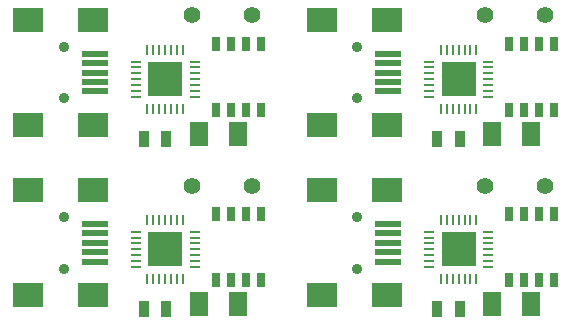
<source format=gts>
G04 (created by PCBNEW (2013-may-18)-stable) date Сб 10 янв 2015 17:31:14*
%MOIN*%
G04 Gerber Fmt 3.4, Leading zero omitted, Abs format*
%FSLAX34Y34*%
G01*
G70*
G90*
G04 APERTURE LIST*
%ADD10C,0.00590551*%
%ADD11R,0.025X0.05*%
%ADD12C,0.055*%
%ADD13O,0.0098X0.0394*%
%ADD14O,0.0394X0.0098*%
%ADD15R,0.1181X0.1181*%
%ADD16C,0.0433*%
%ADD17R,0.035X0.055*%
%ADD18R,0.06X0.08*%
%ADD19R,0.0906X0.0197*%
%ADD20R,0.0984X0.0787*%
%ADD21C,0.0354*%
G04 APERTURE END LIST*
G54D10*
G54D11*
X7301Y-9466D03*
X7801Y-9466D03*
X8301Y-9466D03*
X8801Y-9466D03*
X8801Y-7266D03*
X8301Y-7266D03*
X7801Y-7266D03*
X7301Y-7266D03*
G54D12*
X8500Y-6318D03*
X6500Y-6318D03*
G54D13*
X6201Y-7460D03*
X6004Y-7460D03*
X5807Y-7460D03*
X5610Y-7460D03*
X5413Y-7460D03*
X5216Y-7460D03*
X5019Y-7460D03*
G54D14*
X4626Y-7853D03*
X4626Y-8050D03*
X4626Y-8247D03*
X4626Y-8444D03*
X4626Y-8641D03*
X4626Y-8838D03*
X4626Y-9035D03*
G54D13*
X5019Y-9428D03*
X5216Y-9428D03*
X5413Y-9428D03*
X5610Y-9428D03*
X5807Y-9428D03*
X6004Y-9428D03*
X6201Y-9428D03*
G54D14*
X6594Y-9035D03*
X6594Y-8838D03*
X6594Y-8641D03*
X6594Y-8444D03*
X6594Y-8247D03*
X6594Y-8050D03*
X6594Y-7853D03*
G54D15*
X5610Y-8444D03*
G54D16*
X5310Y-8744D03*
X5610Y-8444D03*
X5910Y-8144D03*
X5310Y-8144D03*
X5910Y-8744D03*
G54D17*
X4900Y-10433D03*
X5650Y-10433D03*
G54D18*
X8031Y-10275D03*
X6731Y-10275D03*
G54D19*
X3254Y-7590D03*
X3254Y-7905D03*
X3254Y-8220D03*
X3254Y-8535D03*
X3254Y-8850D03*
G54D20*
X3215Y-6468D03*
X1050Y-6468D03*
X3215Y-9972D03*
X1050Y-9972D03*
G54D21*
X2231Y-7354D03*
X2231Y-9086D03*
G54D19*
X13037Y-7590D03*
X13037Y-7905D03*
X13037Y-8220D03*
X13037Y-8535D03*
X13037Y-8850D03*
G54D20*
X12998Y-6468D03*
X10833Y-6468D03*
X12998Y-9972D03*
X10833Y-9972D03*
G54D21*
X12014Y-7354D03*
X12014Y-9086D03*
G54D18*
X17815Y-10275D03*
X16515Y-10275D03*
G54D17*
X14684Y-10433D03*
X15434Y-10433D03*
G54D13*
X15984Y-7460D03*
X15787Y-7460D03*
X15590Y-7460D03*
X15393Y-7460D03*
X15196Y-7460D03*
X14999Y-7460D03*
X14802Y-7460D03*
G54D14*
X14409Y-7853D03*
X14409Y-8050D03*
X14409Y-8247D03*
X14409Y-8444D03*
X14409Y-8641D03*
X14409Y-8838D03*
X14409Y-9035D03*
G54D13*
X14802Y-9428D03*
X14999Y-9428D03*
X15196Y-9428D03*
X15393Y-9428D03*
X15590Y-9428D03*
X15787Y-9428D03*
X15984Y-9428D03*
G54D14*
X16377Y-9035D03*
X16377Y-8838D03*
X16377Y-8641D03*
X16377Y-8444D03*
X16377Y-8247D03*
X16377Y-8050D03*
X16377Y-7853D03*
G54D15*
X15393Y-8444D03*
G54D16*
X15093Y-8744D03*
X15393Y-8444D03*
X15693Y-8144D03*
X15093Y-8144D03*
X15693Y-8744D03*
G54D12*
X18283Y-6318D03*
X16283Y-6318D03*
G54D11*
X17084Y-9466D03*
X17584Y-9466D03*
X18084Y-9466D03*
X18584Y-9466D03*
X18584Y-7266D03*
X18084Y-7266D03*
X17584Y-7266D03*
X17084Y-7266D03*
X17084Y-3796D03*
X17584Y-3796D03*
X18084Y-3796D03*
X18584Y-3796D03*
X18584Y-1596D03*
X18084Y-1596D03*
X17584Y-1596D03*
X17084Y-1596D03*
G54D12*
X18283Y-649D03*
X16283Y-649D03*
G54D13*
X15984Y-1791D03*
X15787Y-1791D03*
X15590Y-1791D03*
X15393Y-1791D03*
X15196Y-1791D03*
X14999Y-1791D03*
X14802Y-1791D03*
G54D14*
X14409Y-2184D03*
X14409Y-2381D03*
X14409Y-2578D03*
X14409Y-2775D03*
X14409Y-2972D03*
X14409Y-3169D03*
X14409Y-3366D03*
G54D13*
X14802Y-3759D03*
X14999Y-3759D03*
X15196Y-3759D03*
X15393Y-3759D03*
X15590Y-3759D03*
X15787Y-3759D03*
X15984Y-3759D03*
G54D14*
X16377Y-3366D03*
X16377Y-3169D03*
X16377Y-2972D03*
X16377Y-2775D03*
X16377Y-2578D03*
X16377Y-2381D03*
X16377Y-2184D03*
G54D15*
X15393Y-2775D03*
G54D16*
X15093Y-3075D03*
X15393Y-2775D03*
X15693Y-2475D03*
X15093Y-2475D03*
X15693Y-3075D03*
G54D17*
X14684Y-4763D03*
X15434Y-4763D03*
G54D18*
X17815Y-4606D03*
X16515Y-4606D03*
G54D19*
X13037Y-1920D03*
X13037Y-2235D03*
X13037Y-2550D03*
X13037Y-2865D03*
X13037Y-3180D03*
G54D20*
X12998Y-798D03*
X10833Y-798D03*
X12998Y-4302D03*
X10833Y-4302D03*
G54D21*
X12014Y-1684D03*
X12014Y-3416D03*
G54D19*
X3254Y-1920D03*
X3254Y-2235D03*
X3254Y-2550D03*
X3254Y-2865D03*
X3254Y-3180D03*
G54D20*
X3215Y-798D03*
X1050Y-798D03*
X3215Y-4302D03*
X1050Y-4302D03*
G54D21*
X2231Y-1684D03*
X2231Y-3416D03*
G54D18*
X8031Y-4606D03*
X6731Y-4606D03*
G54D17*
X4900Y-4763D03*
X5650Y-4763D03*
G54D13*
X6201Y-1791D03*
X6004Y-1791D03*
X5807Y-1791D03*
X5610Y-1791D03*
X5413Y-1791D03*
X5216Y-1791D03*
X5019Y-1791D03*
G54D14*
X4626Y-2184D03*
X4626Y-2381D03*
X4626Y-2578D03*
X4626Y-2775D03*
X4626Y-2972D03*
X4626Y-3169D03*
X4626Y-3366D03*
G54D13*
X5019Y-3759D03*
X5216Y-3759D03*
X5413Y-3759D03*
X5610Y-3759D03*
X5807Y-3759D03*
X6004Y-3759D03*
X6201Y-3759D03*
G54D14*
X6594Y-3366D03*
X6594Y-3169D03*
X6594Y-2972D03*
X6594Y-2775D03*
X6594Y-2578D03*
X6594Y-2381D03*
X6594Y-2184D03*
G54D15*
X5610Y-2775D03*
G54D16*
X5310Y-3075D03*
X5610Y-2775D03*
X5910Y-2475D03*
X5310Y-2475D03*
X5910Y-3075D03*
G54D12*
X8500Y-649D03*
X6500Y-649D03*
G54D11*
X7301Y-3796D03*
X7801Y-3796D03*
X8301Y-3796D03*
X8801Y-3796D03*
X8801Y-1596D03*
X8301Y-1596D03*
X7801Y-1596D03*
X7301Y-1596D03*
M02*

</source>
